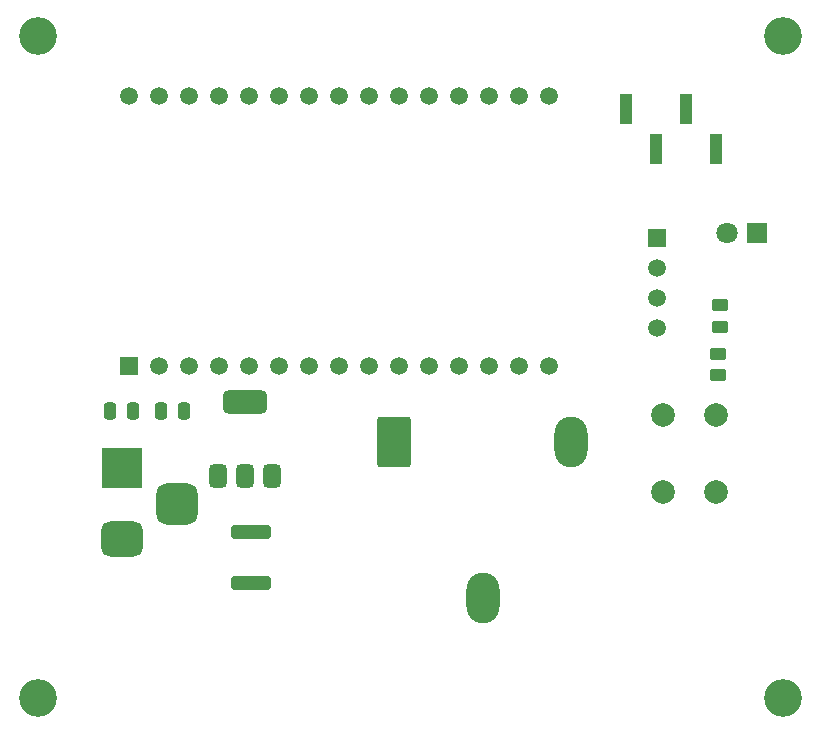
<source format=gbr>
%TF.GenerationSoftware,KiCad,Pcbnew,9.0.2*%
%TF.CreationDate,2025-08-02T19:20:04+02:00*%
%TF.ProjectId,Smart Exhaust Control,536d6172-7420-4457-9868-617573742043,rev?*%
%TF.SameCoordinates,Original*%
%TF.FileFunction,Soldermask,Top*%
%TF.FilePolarity,Negative*%
%FSLAX46Y46*%
G04 Gerber Fmt 4.6, Leading zero omitted, Abs format (unit mm)*
G04 Created by KiCad (PCBNEW 9.0.2) date 2025-08-02 19:20:04*
%MOMM*%
%LPD*%
G01*
G04 APERTURE LIST*
G04 Aperture macros list*
%AMRoundRect*
0 Rectangle with rounded corners*
0 $1 Rounding radius*
0 $2 $3 $4 $5 $6 $7 $8 $9 X,Y pos of 4 corners*
0 Add a 4 corners polygon primitive as box body*
4,1,4,$2,$3,$4,$5,$6,$7,$8,$9,$2,$3,0*
0 Add four circle primitives for the rounded corners*
1,1,$1+$1,$2,$3*
1,1,$1+$1,$4,$5*
1,1,$1+$1,$6,$7*
1,1,$1+$1,$8,$9*
0 Add four rect primitives between the rounded corners*
20,1,$1+$1,$2,$3,$4,$5,0*
20,1,$1+$1,$4,$5,$6,$7,0*
20,1,$1+$1,$6,$7,$8,$9,0*
20,1,$1+$1,$8,$9,$2,$3,0*%
G04 Aperture macros list end*
%ADD10R,3.500000X3.500000*%
%ADD11RoundRect,0.750000X1.000000X-0.750000X1.000000X0.750000X-1.000000X0.750000X-1.000000X-0.750000X0*%
%ADD12RoundRect,0.875000X0.875000X-0.875000X0.875000X0.875000X-0.875000X0.875000X-0.875000X-0.875000X0*%
%ADD13RoundRect,0.250000X0.450000X-0.262500X0.450000X0.262500X-0.450000X0.262500X-0.450000X-0.262500X0*%
%ADD14RoundRect,0.250000X0.250000X0.475000X-0.250000X0.475000X-0.250000X-0.475000X0.250000X-0.475000X0*%
%ADD15RoundRect,0.375000X0.375000X-0.625000X0.375000X0.625000X-0.375000X0.625000X-0.375000X-0.625000X0*%
%ADD16RoundRect,0.500000X1.400000X-0.500000X1.400000X0.500000X-1.400000X0.500000X-1.400000X-0.500000X0*%
%ADD17C,2.000000*%
%ADD18R,1.000000X2.510000*%
%ADD19C,3.200000*%
%ADD20R,1.800000X1.800000*%
%ADD21C,1.800000*%
%ADD22R,1.500000X1.500000*%
%ADD23C,1.500000*%
%ADD24RoundRect,0.250000X1.450000X-0.312500X1.450000X0.312500X-1.450000X0.312500X-1.450000X-0.312500X0*%
%ADD25RoundRect,0.250001X-1.149999X-1.899999X1.149999X-1.899999X1.149999X1.899999X-1.149999X1.899999X0*%
%ADD26O,2.800000X4.300000*%
G04 APERTURE END LIST*
D10*
%TO.C,J1*%
X85042500Y-71600000D03*
D11*
X85042500Y-77600000D03*
D12*
X89742500Y-74600000D03*
%TD*%
D13*
%TO.C,R2*%
X135700000Y-59600000D03*
X135700000Y-57775000D03*
%TD*%
D14*
%TO.C,C2*%
X90300000Y-66700000D03*
X88400000Y-66700000D03*
%TD*%
D15*
%TO.C,U3*%
X93200000Y-72250000D03*
X95500000Y-72250000D03*
D16*
X95500000Y-65950000D03*
D15*
X97800000Y-72250000D03*
%TD*%
D17*
%TO.C,SW1*%
X130850000Y-73550000D03*
X130850000Y-67050000D03*
X135350000Y-73550000D03*
X135350000Y-67050000D03*
%TD*%
D18*
%TO.C,J2*%
X135340000Y-44510000D03*
X132800000Y-41200000D03*
X130260000Y-44510000D03*
X127720000Y-41200000D03*
%TD*%
D14*
%TO.C,C1*%
X86000000Y-66700000D03*
X84100000Y-66700000D03*
%TD*%
D19*
%TO.C,H2*%
X78000000Y-35000000D03*
%TD*%
D20*
%TO.C,D1*%
X138800000Y-51700000D03*
D21*
X136260000Y-51700000D03*
%TD*%
D19*
%TO.C,H4*%
X78000000Y-91000000D03*
%TD*%
D22*
%TO.C,U1*%
X85705000Y-62930000D03*
D23*
X88245000Y-62930000D03*
X90785000Y-62930000D03*
X93325000Y-62930000D03*
X95865000Y-62930000D03*
X98405000Y-62930000D03*
X100945000Y-62930000D03*
X103485000Y-62930000D03*
X106025000Y-62930000D03*
X108565000Y-62930000D03*
X111105000Y-62930000D03*
X113645000Y-62930000D03*
X116185000Y-62930000D03*
X118725000Y-62930000D03*
X121265000Y-62930000D03*
X121265000Y-40070000D03*
X118725000Y-40070000D03*
X116185000Y-40070000D03*
X113645000Y-40070000D03*
X111105000Y-40070000D03*
X108565000Y-40070000D03*
X106025000Y-40070000D03*
X103485000Y-40070000D03*
X100945000Y-40070000D03*
X98405000Y-40070000D03*
X95865000Y-40070000D03*
X93325000Y-40070000D03*
X90785000Y-40070000D03*
X88245000Y-40070000D03*
X85705000Y-40070000D03*
%TD*%
D22*
%TO.C,U2*%
X130400000Y-52080000D03*
D23*
X130400000Y-54620000D03*
X130400000Y-57160000D03*
X130400000Y-59700000D03*
%TD*%
D13*
%TO.C,R1*%
X135500000Y-63725000D03*
X135500000Y-61900000D03*
%TD*%
D24*
%TO.C,F1*%
X96000000Y-81275000D03*
X96000000Y-77000000D03*
%TD*%
D19*
%TO.C,H3*%
X141000000Y-91000000D03*
%TD*%
D25*
%TO.C,M1*%
X108100000Y-69400000D03*
D26*
X115600000Y-82600000D03*
X123100000Y-69400000D03*
%TD*%
D19*
%TO.C,H1*%
X141000000Y-35000000D03*
%TD*%
M02*

</source>
